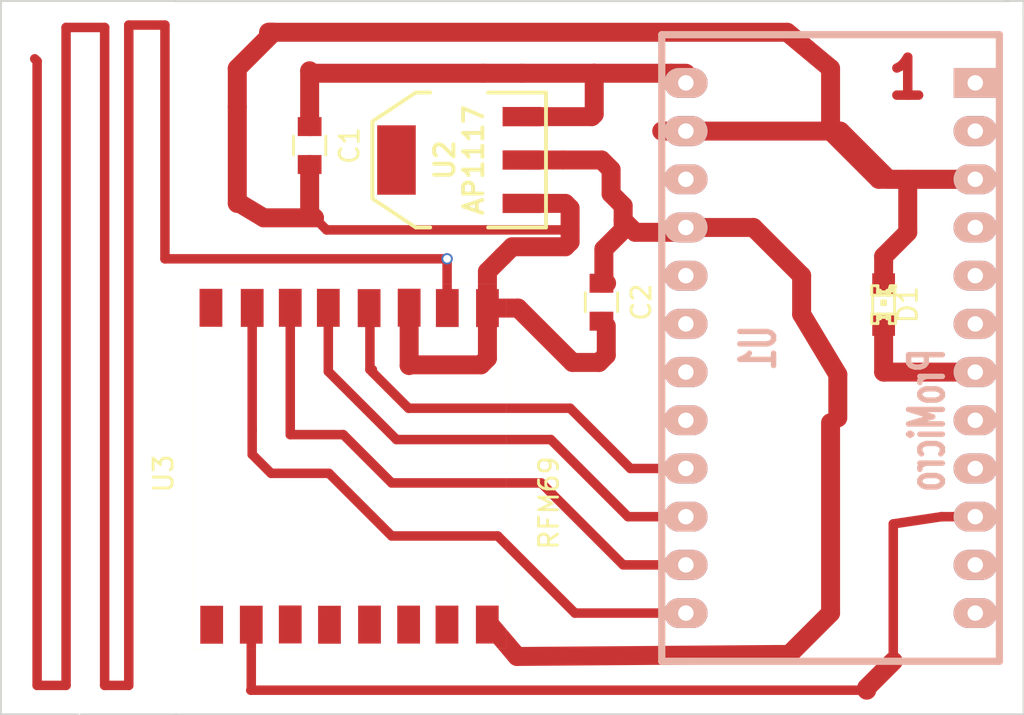
<source format=kicad_pcb>
(kicad_pcb (version 4) (host pcbnew "(after 2015-may-25 BZR unknown)-product")

  (general
    (links 18)
    (no_connects 0)
    (area 54.686999 37.795999 108.635001 75.488001)
    (thickness 1.6)
    (drawings 10)
    (tracks 145)
    (zones 0)
    (modules 6)
    (nets 32)
  )

  (page A4 portrait)
  (layers
    (0 F.Cu signal)
    (31 B.Cu signal)
    (32 B.Adhes user)
    (33 F.Adhes user)
    (34 B.Paste user)
    (35 F.Paste user)
    (36 B.SilkS user)
    (37 F.SilkS user)
    (38 B.Mask user)
    (39 F.Mask user)
    (40 Dwgs.User user)
    (41 Cmts.User user)
    (42 Eco1.User user)
    (43 Eco2.User user)
    (44 Edge.Cuts user)
    (45 Margin user)
    (46 B.CrtYd user)
    (47 F.CrtYd user)
    (48 B.Fab user)
    (49 F.Fab user)
  )

  (setup
    (last_trace_width 0.5)
    (user_trace_width 0.25)
    (user_trace_width 0.5)
    (user_trace_width 1)
    (user_trace_width 2)
    (trace_clearance 0.2)
    (zone_clearance 0.508)
    (zone_45_only no)
    (trace_min 0.2)
    (segment_width 0.2)
    (edge_width 0.1)
    (via_size 0.6)
    (via_drill 0.4)
    (via_min_size 0.4)
    (via_min_drill 0.3)
    (uvia_size 0.3)
    (uvia_drill 0.1)
    (uvias_allowed no)
    (uvia_min_size 0.2)
    (uvia_min_drill 0.1)
    (pcb_text_width 0.3)
    (pcb_text_size 1.5 1.5)
    (mod_edge_width 0.15)
    (mod_text_size 1 1)
    (mod_text_width 0.15)
    (pad_size 1.5 1.5)
    (pad_drill 0.6)
    (pad_to_mask_clearance 0)
    (aux_axis_origin 54.737 75.438)
    (grid_origin 54.737 75.438)
    (visible_elements 7FFFFFFF)
    (pcbplotparams
      (layerselection 0x01000_00000001)
      (usegerberextensions false)
      (excludeedgelayer true)
      (linewidth 0.100000)
      (plotframeref false)
      (viasonmask false)
      (mode 1)
      (useauxorigin false)
      (hpglpennumber 1)
      (hpglpenspeed 20)
      (hpglpendiameter 15)
      (hpglpenoverlay 2)
      (psnegative false)
      (psa4output false)
      (plotreference true)
      (plotvalue true)
      (plotinvisibletext false)
      (padsonsilk false)
      (subtractmaskfromsilk false)
      (outputformat 4)
      (mirror true)
      (drillshape 0)
      (scaleselection 1)
      (outputdirectory ""))
  )

  (net 0 "")
  (net 1 "Net-(C1-Pad1)")
  (net 2 GND)
  (net 3 "Net-(C2-Pad1)")
  (net 4 "Net-(D1-Pad2)")
  (net 5 "Net-(U1-Pad10)")
  (net 6 "Net-(U1-Pad13)")
  (net 7 "Net-(U1-Pad14)")
  (net 8 "Net-(U1-Pad15)")
  (net 9 "Net-(U1-Pad1)")
  (net 10 "Net-(U1-Pad2)")
  (net 11 "Net-(U1-Pad4)")
  (net 12 "Net-(U1-Pad5)")
  (net 13 "Net-(U1-Pad6)")
  (net 14 "Net-(U1-Pad8)")
  (net 15 "Net-(U1-Pad9)")
  (net 16 "Net-(U1-Pad11)")
  (net 17 "Net-(U1-Pad12)")
  (net 18 "Net-(U1-Pad16)")
  (net 19 "Net-(U1-Pad17)")
  (net 20 "Net-(U1-Pad18)")
  (net 21 "Net-(U1-Pad19)")
  (net 22 "Net-(U1-Pad20)")
  (net 23 "Net-(U1-Pad22)")
  (net 24 "Net-(U3-Pad1)")
  (net 25 "Net-(U3-Pad3)")
  (net 26 "Net-(U3-Pad4)")
  (net 27 "Net-(U3-Pad5)")
  (net 28 "Net-(U3-Pad6)")
  (net 29 "Net-(U3-Pad7)")
  (net 30 "Net-(U3-Pad10)")
  (net 31 "Net-(U3-Pad16)")

  (net_class Default "This is the default net class."
    (clearance 0.2)
    (trace_width 0.25)
    (via_dia 0.6)
    (via_drill 0.4)
    (uvia_dia 0.3)
    (uvia_drill 0.1)
    (add_net "Net-(C1-Pad1)")
    (add_net "Net-(C2-Pad1)")
    (add_net "Net-(D1-Pad2)")
    (add_net "Net-(U1-Pad1)")
    (add_net "Net-(U1-Pad10)")
    (add_net "Net-(U1-Pad11)")
    (add_net "Net-(U1-Pad12)")
    (add_net "Net-(U1-Pad13)")
    (add_net "Net-(U1-Pad14)")
    (add_net "Net-(U1-Pad15)")
    (add_net "Net-(U1-Pad16)")
    (add_net "Net-(U1-Pad17)")
    (add_net "Net-(U1-Pad18)")
    (add_net "Net-(U1-Pad19)")
    (add_net "Net-(U1-Pad2)")
    (add_net "Net-(U1-Pad20)")
    (add_net "Net-(U1-Pad22)")
    (add_net "Net-(U1-Pad4)")
    (add_net "Net-(U1-Pad5)")
    (add_net "Net-(U1-Pad6)")
    (add_net "Net-(U1-Pad8)")
    (add_net "Net-(U1-Pad9)")
    (add_net "Net-(U3-Pad1)")
    (add_net "Net-(U3-Pad10)")
    (add_net "Net-(U3-Pad16)")
    (add_net "Net-(U3-Pad3)")
    (add_net "Net-(U3-Pad4)")
    (add_net "Net-(U3-Pad5)")
    (add_net "Net-(U3-Pad6)")
    (add_net "Net-(U3-Pad7)")
  )

  (net_class POWER ""
    (clearance 0.2)
    (trace_width 1)
    (via_dia 0.6)
    (via_drill 0.4)
    (uvia_dia 0.3)
    (uvia_drill 0.1)
    (add_net GND)
  )

  (module Capacitors_SMD:C_0805 placed (layer F.Cu) (tedit 5415D6EA) (tstamp 5589F820)
    (at 70.993 45.466 270)
    (descr "Capacitor SMD 0805, reflow soldering, AVX (see smccp.pdf)")
    (tags "capacitor 0805")
    (path /5589EF5A)
    (attr smd)
    (fp_text reference C1 (at 0 -2.1 270) (layer F.SilkS)
      (effects (font (size 1 1) (thickness 0.15)))
    )
    (fp_text value C (at 0 2.1 270) (layer F.Fab)
      (effects (font (size 1 1) (thickness 0.15)))
    )
    (fp_line (start -1.8 -1) (end 1.8 -1) (layer F.CrtYd) (width 0.05))
    (fp_line (start -1.8 1) (end 1.8 1) (layer F.CrtYd) (width 0.05))
    (fp_line (start -1.8 -1) (end -1.8 1) (layer F.CrtYd) (width 0.05))
    (fp_line (start 1.8 -1) (end 1.8 1) (layer F.CrtYd) (width 0.05))
    (fp_line (start 0.5 -0.85) (end -0.5 -0.85) (layer F.SilkS) (width 0.15))
    (fp_line (start -0.5 0.85) (end 0.5 0.85) (layer F.SilkS) (width 0.15))
    (pad 1 smd rect (at -1 0 270) (size 1 1.25) (layers F.Cu F.Paste F.Mask)
      (net 1 "Net-(C1-Pad1)"))
    (pad 2 smd rect (at 1 0 270) (size 1 1.25) (layers F.Cu F.Paste F.Mask)
      (net 2 GND))
    (model Capacitors_SMD.3dshapes/C_0805.wrl
      (at (xyz 0 0 0))
      (scale (xyz 1 1 1))
      (rotate (xyz 0 0 0))
    )
  )

  (module Capacitors_SMD:C_0805 placed (layer F.Cu) (tedit 5415D6EA) (tstamp 5589F826)
    (at 86.36 53.721 270)
    (descr "Capacitor SMD 0805, reflow soldering, AVX (see smccp.pdf)")
    (tags "capacitor 0805")
    (path /5589EF87)
    (attr smd)
    (fp_text reference C2 (at 0 -2.1 270) (layer F.SilkS)
      (effects (font (size 1 1) (thickness 0.15)))
    )
    (fp_text value C (at 0 2.1 270) (layer F.Fab)
      (effects (font (size 1 1) (thickness 0.15)))
    )
    (fp_line (start -1.8 -1) (end 1.8 -1) (layer F.CrtYd) (width 0.05))
    (fp_line (start -1.8 1) (end 1.8 1) (layer F.CrtYd) (width 0.05))
    (fp_line (start -1.8 -1) (end -1.8 1) (layer F.CrtYd) (width 0.05))
    (fp_line (start 1.8 -1) (end 1.8 1) (layer F.CrtYd) (width 0.05))
    (fp_line (start 0.5 -0.85) (end -0.5 -0.85) (layer F.SilkS) (width 0.15))
    (fp_line (start -0.5 0.85) (end 0.5 0.85) (layer F.SilkS) (width 0.15))
    (pad 1 smd rect (at -1 0 270) (size 1 1.25) (layers F.Cu F.Paste F.Mask)
      (net 3 "Net-(C2-Pad1)"))
    (pad 2 smd rect (at 1 0 270) (size 1 1.25) (layers F.Cu F.Paste F.Mask)
      (net 2 GND))
    (model Capacitors_SMD.3dshapes/C_0805.wrl
      (at (xyz 0 0 0))
      (scale (xyz 1 1 1))
      (rotate (xyz 0 0 0))
    )
  )

  (module LEDs:LED-0805 placed (layer F.Cu) (tedit 5538B1C2) (tstamp 5589F82C)
    (at 101.219 53.848 270)
    (descr "LED 0805 smd package")
    (tags "LED 0805 SMD")
    (path /5589F6D9)
    (attr smd)
    (fp_text reference D1 (at 0 -1.27 270) (layer F.SilkS)
      (effects (font (size 1 1) (thickness 0.15)))
    )
    (fp_text value LED (at 0 1.27 270) (layer F.Fab)
      (effects (font (size 1 1) (thickness 0.15)))
    )
    (fp_line (start -0.49784 0.29972) (end -0.49784 0.62484) (layer F.SilkS) (width 0.15))
    (fp_line (start -0.49784 0.62484) (end -0.99822 0.62484) (layer F.SilkS) (width 0.15))
    (fp_line (start -0.99822 0.29972) (end -0.99822 0.62484) (layer F.SilkS) (width 0.15))
    (fp_line (start -0.49784 0.29972) (end -0.99822 0.29972) (layer F.SilkS) (width 0.15))
    (fp_line (start -0.49784 -0.32258) (end -0.49784 -0.17272) (layer F.SilkS) (width 0.15))
    (fp_line (start -0.49784 -0.17272) (end -0.7493 -0.17272) (layer F.SilkS) (width 0.15))
    (fp_line (start -0.7493 -0.32258) (end -0.7493 -0.17272) (layer F.SilkS) (width 0.15))
    (fp_line (start -0.49784 -0.32258) (end -0.7493 -0.32258) (layer F.SilkS) (width 0.15))
    (fp_line (start -0.49784 0.17272) (end -0.49784 0.32258) (layer F.SilkS) (width 0.15))
    (fp_line (start -0.49784 0.32258) (end -0.7493 0.32258) (layer F.SilkS) (width 0.15))
    (fp_line (start -0.7493 0.17272) (end -0.7493 0.32258) (layer F.SilkS) (width 0.15))
    (fp_line (start -0.49784 0.17272) (end -0.7493 0.17272) (layer F.SilkS) (width 0.15))
    (fp_line (start -0.49784 -0.19812) (end -0.49784 0.19812) (layer F.SilkS) (width 0.15))
    (fp_line (start -0.49784 0.19812) (end -0.6731 0.19812) (layer F.SilkS) (width 0.15))
    (fp_line (start -0.6731 -0.19812) (end -0.6731 0.19812) (layer F.SilkS) (width 0.15))
    (fp_line (start -0.49784 -0.19812) (end -0.6731 -0.19812) (layer F.SilkS) (width 0.15))
    (fp_line (start 0.99822 0.29972) (end 0.99822 0.62484) (layer F.SilkS) (width 0.15))
    (fp_line (start 0.99822 0.62484) (end 0.49784 0.62484) (layer F.SilkS) (width 0.15))
    (fp_line (start 0.49784 0.29972) (end 0.49784 0.62484) (layer F.SilkS) (width 0.15))
    (fp_line (start 0.99822 0.29972) (end 0.49784 0.29972) (layer F.SilkS) (width 0.15))
    (fp_line (start 0.99822 -0.62484) (end 0.99822 -0.29972) (layer F.SilkS) (width 0.15))
    (fp_line (start 0.99822 -0.29972) (end 0.49784 -0.29972) (layer F.SilkS) (width 0.15))
    (fp_line (start 0.49784 -0.62484) (end 0.49784 -0.29972) (layer F.SilkS) (width 0.15))
    (fp_line (start 0.99822 -0.62484) (end 0.49784 -0.62484) (layer F.SilkS) (width 0.15))
    (fp_line (start 0.7493 0.17272) (end 0.7493 0.32258) (layer F.SilkS) (width 0.15))
    (fp_line (start 0.7493 0.32258) (end 0.49784 0.32258) (layer F.SilkS) (width 0.15))
    (fp_line (start 0.49784 0.17272) (end 0.49784 0.32258) (layer F.SilkS) (width 0.15))
    (fp_line (start 0.7493 0.17272) (end 0.49784 0.17272) (layer F.SilkS) (width 0.15))
    (fp_line (start 0.7493 -0.32258) (end 0.7493 -0.17272) (layer F.SilkS) (width 0.15))
    (fp_line (start 0.7493 -0.17272) (end 0.49784 -0.17272) (layer F.SilkS) (width 0.15))
    (fp_line (start 0.49784 -0.32258) (end 0.49784 -0.17272) (layer F.SilkS) (width 0.15))
    (fp_line (start 0.7493 -0.32258) (end 0.49784 -0.32258) (layer F.SilkS) (width 0.15))
    (fp_line (start 0.6731 -0.19812) (end 0.6731 0.19812) (layer F.SilkS) (width 0.15))
    (fp_line (start 0.6731 0.19812) (end 0.49784 0.19812) (layer F.SilkS) (width 0.15))
    (fp_line (start 0.49784 -0.19812) (end 0.49784 0.19812) (layer F.SilkS) (width 0.15))
    (fp_line (start 0.6731 -0.19812) (end 0.49784 -0.19812) (layer F.SilkS) (width 0.15))
    (fp_line (start 0 -0.09906) (end 0 0.09906) (layer F.SilkS) (width 0.15))
    (fp_line (start 0 0.09906) (end -0.19812 0.09906) (layer F.SilkS) (width 0.15))
    (fp_line (start -0.19812 -0.09906) (end -0.19812 0.09906) (layer F.SilkS) (width 0.15))
    (fp_line (start 0 -0.09906) (end -0.19812 -0.09906) (layer F.SilkS) (width 0.15))
    (fp_line (start -0.49784 -0.59944) (end -0.49784 -0.29972) (layer F.SilkS) (width 0.15))
    (fp_line (start -0.49784 -0.29972) (end -0.79756 -0.29972) (layer F.SilkS) (width 0.15))
    (fp_line (start -0.79756 -0.59944) (end -0.79756 -0.29972) (layer F.SilkS) (width 0.15))
    (fp_line (start -0.49784 -0.59944) (end -0.79756 -0.59944) (layer F.SilkS) (width 0.15))
    (fp_line (start -0.92456 -0.62484) (end -0.92456 -0.39878) (layer F.SilkS) (width 0.15))
    (fp_line (start -0.92456 -0.39878) (end -0.99822 -0.39878) (layer F.SilkS) (width 0.15))
    (fp_line (start -0.99822 -0.62484) (end -0.99822 -0.39878) (layer F.SilkS) (width 0.15))
    (fp_line (start -0.92456 -0.62484) (end -0.99822 -0.62484) (layer F.SilkS) (width 0.15))
    (fp_line (start -0.52324 0.57404) (end 0.52324 0.57404) (layer F.SilkS) (width 0.15))
    (fp_line (start 0.49784 -0.57404) (end -0.92456 -0.57404) (layer F.SilkS) (width 0.15))
    (fp_circle (center -0.84836 -0.44958) (end -0.89916 -0.50038) (layer F.SilkS) (width 0.15))
    (fp_arc (start -0.99822 0) (end -0.99822 0.34798) (angle -180) (layer F.SilkS) (width 0.15))
    (fp_arc (start 0.99822 0) (end 0.99822 -0.34798) (angle -180) (layer F.SilkS) (width 0.15))
    (pad 2 smd rect (at 1.04902 0 90) (size 1.19888 1.19888) (layers F.Cu F.Paste F.Mask)
      (net 4 "Net-(D1-Pad2)"))
    (pad 1 smd rect (at -1.04902 0 90) (size 1.19888 1.19888) (layers F.Cu F.Paste F.Mask)
      (net 2 GND))
  )

  (module pro-micro:ARDUINO_PRO_MINI placed (layer B.Cu) (tedit 52DF2A06) (tstamp 5589F848)
    (at 102.235 56.134 270)
    (descr "Arduino pro mini, eliptcal pads")
    (tags arduino)
    (path /5589F4B6)
    (fp_text reference U1 (at 0 7.62 270) (layer B.SilkS)
      (effects (font (size 1.778 1.143) (thickness 0.28702)) (justify mirror))
    )
    (fp_text value ProMicro (at 3.81 -1.27 270) (layer B.SilkS)
      (effects (font (size 1.778 1.143) (thickness 0.28702)) (justify mirror))
    )
    (fp_line (start -16.51 12.7) (end -16.51 -5.08) (layer B.SilkS) (width 0.381))
    (fp_line (start 16.51 12.7) (end 16.51 -5.08) (layer B.SilkS) (width 0.381))
    (fp_line (start -16.51 12.7) (end 16.51 12.7) (layer B.SilkS) (width 0.381))
    (fp_line (start 16.51 -5.08) (end -16.51 -5.08) (layer B.SilkS) (width 0.381))
    (pad 1 thru_hole rect (at -13.97 -3.81 270) (size 1.5748 2.286) (drill 0.8128) (layers *.Cu *.Mask B.SilkS)
      (net 9 "Net-(U1-Pad1)"))
    (pad 2 thru_hole oval (at -11.43 -3.81 270) (size 1.5748 2.286) (drill 0.8128) (layers *.Cu *.Mask B.SilkS)
      (net 10 "Net-(U1-Pad2)"))
    (pad 3 thru_hole oval (at -8.89 -3.81 270) (size 1.5748 2.286) (drill 0.8128) (layers *.Cu *.Mask B.SilkS)
      (net 2 GND))
    (pad 4 thru_hole oval (at -6.35 -3.81 270) (size 1.5748 2.286) (drill 0.8128) (layers *.Cu *.Mask B.SilkS)
      (net 11 "Net-(U1-Pad4)"))
    (pad 5 thru_hole oval (at -3.81 -3.81 270) (size 1.5748 2.286) (drill 0.8128) (layers *.Cu *.Mask B.SilkS)
      (net 12 "Net-(U1-Pad5)"))
    (pad 6 thru_hole oval (at -1.27 -3.81 270) (size 1.5748 2.286) (drill 0.8128) (layers *.Cu *.Mask B.SilkS)
      (net 13 "Net-(U1-Pad6)"))
    (pad 7 thru_hole oval (at 1.27 -3.81 270) (size 1.5748 2.286) (drill 0.8128) (layers *.Cu *.Mask B.SilkS)
      (net 4 "Net-(D1-Pad2)"))
    (pad 8 thru_hole oval (at 3.81 -3.81 270) (size 1.5748 2.286) (drill 0.8128) (layers *.Cu *.Mask B.SilkS)
      (net 14 "Net-(U1-Pad8)"))
    (pad 9 thru_hole oval (at 6.35 -3.81 270) (size 1.5748 2.286) (drill 0.8128) (layers *.Cu *.Mask B.SilkS)
      (net 15 "Net-(U1-Pad9)"))
    (pad 10 thru_hole oval (at 8.89 -3.81 270) (size 1.5748 2.286) (drill 0.8128) (layers *.Cu *.Mask B.SilkS)
      (net 5 "Net-(U1-Pad10)"))
    (pad 11 thru_hole oval (at 11.43 -3.81 270) (size 1.5748 2.286) (drill 0.8128) (layers *.Cu *.Mask B.SilkS)
      (net 16 "Net-(U1-Pad11)"))
    (pad 12 thru_hole oval (at 13.97 -3.81 270) (size 1.5748 2.286) (drill 0.8128) (layers *.Cu *.Mask B.SilkS)
      (net 17 "Net-(U1-Pad12)"))
    (pad 13 thru_hole oval (at 13.97 11.43 270) (size 1.5748 2.286) (drill 0.8128) (layers *.Cu *.Mask B.SilkS)
      (net 6 "Net-(U1-Pad13)"))
    (pad 14 thru_hole oval (at 11.43 11.43 270) (size 1.5748 2.286) (drill 0.8128) (layers *.Cu *.Mask B.SilkS)
      (net 7 "Net-(U1-Pad14)"))
    (pad 15 thru_hole oval (at 8.89 11.43 270) (size 1.5748 2.286) (drill 0.8128) (layers *.Cu *.Mask B.SilkS)
      (net 8 "Net-(U1-Pad15)"))
    (pad 16 thru_hole oval (at 6.35 11.43 270) (size 1.5748 2.286) (drill 0.8128) (layers *.Cu *.Mask B.SilkS)
      (net 18 "Net-(U1-Pad16)"))
    (pad 17 thru_hole oval (at 3.81 11.43 270) (size 1.5748 2.286) (drill 0.8128) (layers *.Cu *.Mask B.SilkS)
      (net 19 "Net-(U1-Pad17)"))
    (pad 18 thru_hole oval (at 1.27 11.43 270) (size 1.5748 2.286) (drill 0.8128) (layers *.Cu *.Mask B.SilkS)
      (net 20 "Net-(U1-Pad18)"))
    (pad 19 thru_hole oval (at -1.27 11.43 270) (size 1.5748 2.286) (drill 0.8128) (layers *.Cu *.Mask B.SilkS)
      (net 21 "Net-(U1-Pad19)"))
    (pad 20 thru_hole oval (at -3.81 11.43 270) (size 1.5748 2.286) (drill 0.8128) (layers *.Cu *.Mask B.SilkS)
      (net 22 "Net-(U1-Pad20)"))
    (pad 21 thru_hole oval (at -6.35 11.43 270) (size 1.5748 2.286) (drill 0.8128) (layers *.Cu *.Mask B.SilkS)
      (net 3 "Net-(C2-Pad1)"))
    (pad 22 thru_hole oval (at -8.89 11.43 270) (size 1.5748 2.286) (drill 0.8128) (layers *.Cu *.Mask B.SilkS)
      (net 23 "Net-(U1-Pad22)"))
    (pad 23 thru_hole oval (at -11.43 11.43 270) (size 1.5748 2.286) (drill 0.8128) (layers *.Cu *.Mask B.SilkS)
      (net 2 GND))
    (pad 24 thru_hole oval (at -13.97 11.43 270) (size 1.5748 2.286) (drill 0.8128) (layers *.Cu *.Mask B.SilkS)
      (net 1 "Net-(C1-Pad1)"))
    (model dil/dil_24-w300.wrl
      (at (xyz 0 0 0))
      (scale (xyz 1 1 1))
      (rotate (xyz 0 0 0))
    )
  )

  (module SOT223:SOT223 placed (layer F.Cu) (tedit 200000) (tstamp 5589F850)
    (at 78.867 46.228 90)
    (descr "module CMS SOT223 4 pins")
    (tags "CMS SOT")
    (path /5589EF2A)
    (attr smd)
    (fp_text reference U2 (at 0 -0.762 90) (layer F.SilkS)
      (effects (font (size 1.016 1.016) (thickness 0.2032)))
    )
    (fp_text value AP1117 (at 0 0.762 90) (layer F.SilkS)
      (effects (font (size 1.016 1.016) (thickness 0.2032)))
    )
    (fp_line (start -3.556 1.524) (end -3.556 4.572) (layer F.SilkS) (width 0.2032))
    (fp_line (start -3.556 4.572) (end 3.556 4.572) (layer F.SilkS) (width 0.2032))
    (fp_line (start 3.556 4.572) (end 3.556 1.524) (layer F.SilkS) (width 0.2032))
    (fp_line (start -3.556 -1.524) (end -3.556 -2.286) (layer F.SilkS) (width 0.2032))
    (fp_line (start -3.556 -2.286) (end -2.032 -4.572) (layer F.SilkS) (width 0.2032))
    (fp_line (start -2.032 -4.572) (end 2.032 -4.572) (layer F.SilkS) (width 0.2032))
    (fp_line (start 2.032 -4.572) (end 3.556 -2.286) (layer F.SilkS) (width 0.2032))
    (fp_line (start 3.556 -2.286) (end 3.556 -1.524) (layer F.SilkS) (width 0.2032))
    (pad 4 smd rect (at 0 -3.302 90) (size 3.6576 2.032) (layers F.Cu F.Paste F.Mask))
    (pad 2 smd rect (at 0 3.302 90) (size 1.016 2.032) (layers F.Cu F.Paste F.Mask)
      (net 3 "Net-(C2-Pad1)"))
    (pad 3 smd rect (at 2.286 3.302 90) (size 1.016 2.032) (layers F.Cu F.Paste F.Mask)
      (net 1 "Net-(C1-Pad1)"))
    (pad 1 smd rect (at -2.286 3.302 90) (size 1.016 2.032) (layers F.Cu F.Paste F.Mask)
      (net 2 GND))
    (model smd/SOT223.wrl
      (at (xyz 0 0 0))
      (scale (xyz 0.4 0.4 0.4))
      (rotate (xyz 0 0 0))
    )
  )

  (module RFM69BreakoutBoardFootPrints:RFM69HW placed (layer F.Cu) (tedit 531109B9) (tstamp 5589F864)
    (at 74.041 62.738 90)
    (path /5589EEAB)
    (fp_text reference U3 (at -0.0127 -10.7442 90) (layer F.SilkS)
      (effects (font (size 1 1) (thickness 0.15)))
    )
    (fp_text value RFM69 (at -1.5621 9.5504 90) (layer F.SilkS)
      (effects (font (size 1 1) (thickness 0.15)))
    )
    (fp_line (start -9.23798 -9.1821) (end 9.9695 -9.1694) (layer F.SilkS) (width 0.0025))
    (fp_line (start -9.23798 -9.05256) (end -9.23798 -9.1821) (layer F.SilkS) (width 0.0025))
    (fp_line (start 9.97458 7.3152) (end 9.97204 -9.18718) (layer F.SilkS) (width 0.0025))
    (fp_line (start -9.23798 -9.06018) (end -9.2329 7.2898) (layer F.SilkS) (width 0.0025))
    (fp_line (start -9.22782 7.30758) (end 9.97458 7.3152) (layer F.SilkS) (width 0.0025))
    (pad 1 smd rect (at -7.98068 -8.20674 90) (size 2 1.2) (layers F.Cu F.Paste F.Mask)
      (net 24 "Net-(U3-Pad1)"))
    (pad 2 smd rect (at -7.97814 -6.1214 90) (size 2 1.2) (layers F.Cu F.Paste F.Mask)
      (net 5 "Net-(U1-Pad10)"))
    (pad 3 smd rect (at -7.96544 -4.06908 90) (size 2 1.2) (layers F.Cu F.Paste F.Mask)
      (net 25 "Net-(U3-Pad3)"))
    (pad 4 smd rect (at -7.98068 -2.00406 90) (size 2 1.2) (layers F.Cu F.Paste F.Mask)
      (net 26 "Net-(U3-Pad4)"))
    (pad 5 smd rect (at -7.97306 0.10414 90) (size 2 1.2) (layers F.Cu F.Paste F.Mask)
      (net 27 "Net-(U3-Pad5)"))
    (pad 6 smd rect (at -7.97306 2.16408 90) (size 2 1.2) (layers F.Cu F.Paste F.Mask)
      (net 28 "Net-(U3-Pad6)"))
    (pad 7 smd rect (at -7.97306 4.18338 90) (size 2 1.2) (layers F.Cu F.Paste F.Mask)
      (net 29 "Net-(U3-Pad7)"))
    (pad 8 smd rect (at -7.97052 6.30682 90) (size 2 1.2) (layers F.Cu F.Paste F.Mask)
      (net 3 "Net-(C2-Pad1)"))
    (pad 9 smd rect (at 8.70712 6.31444 90) (size 2 1.2) (layers F.Cu F.Paste F.Mask)
      (net 2 GND))
    (pad 10 smd rect (at 8.70966 4.20116 90) (size 2 1.2) (layers F.Cu F.Paste F.Mask)
      (net 30 "Net-(U3-Pad10)"))
    (pad 11 smd rect (at 8.72744 2.19202 90) (size 2 1.2) (layers F.Cu F.Paste F.Mask)
      (net 2 GND))
    (pad 12 smd rect (at 8.70712 0.08382 90) (size 2 1.2) (layers F.Cu F.Paste F.Mask)
      (net 18 "Net-(U1-Pad16)"))
    (pad 13 smd rect (at 8.71982 -2.06502 90) (size 2 1.2) (layers F.Cu F.Paste F.Mask)
      (net 8 "Net-(U1-Pad15)"))
    (pad 14 smd rect (at 8.72236 -4.06908 90) (size 2 1.2) (layers F.Cu F.Paste F.Mask)
      (net 7 "Net-(U1-Pad14)"))
    (pad 15 smd rect (at 8.71474 -6.07314 90) (size 2 1.2) (layers F.Cu F.Paste F.Mask)
      (net 6 "Net-(U1-Pad13)"))
    (pad 16 smd rect (at 8.72236 -8.24484 90) (size 2 1.2) (layers F.Cu F.Paste F.Mask)
      (net 31 "Net-(U3-Pad16)"))
  )

  (gr_text 1 (at 102.489 41.91) (layer F.Cu)
    (effects (font (size 2 2) (thickness 0.5)))
  )
  (gr_line (start 54.737 75.438) (end 58.801 75.438) (angle 90) (layer Edge.Cuts) (width 0.1))
  (gr_line (start 54.737 37.846) (end 54.737 75.438) (angle 90) (layer Edge.Cuts) (width 0.1))
  (gr_line (start 63.881 37.846) (end 54.737 37.846) (angle 90) (layer Edge.Cuts) (width 0.1))
  (gr_line (start 64.008 75.438) (end 58.928 75.438) (angle 90) (layer Edge.Cuts) (width 0.1))
  (gr_line (start 63.881 75.438) (end 108.585 75.438) (angle 90) (layer Edge.Cuts) (width 0.1))
  (gr_line (start 108.585 37.846) (end 107.569 37.846) (angle 90) (layer Edge.Cuts) (width 0.1))
  (gr_line (start 108.585 37.846) (end 108.585 38.608) (angle 90) (layer Edge.Cuts) (width 0.1))
  (gr_line (start 108.585 38.1) (end 108.585 75.438) (angle 90) (layer Edge.Cuts) (width 0.1))
  (gr_line (start 63.861 37.858) (end 107.861 37.858) (angle 90) (layer Edge.Cuts) (width 0.1))

  (segment (start 70.993 44.466) (end 70.993 41.529) (width 1) (layer F.Cu) (net 1) (status 10))
  (segment (start 71.12 41.656) (end 80.137 41.656) (width 1) (layer F.Cu) (net 1) (tstamp 558F6DF1))
  (segment (start 70.993 41.529) (end 71.12 41.656) (width 1) (layer F.Cu) (net 1) (tstamp 558F6DEF))
  (segment (start 82.169 43.942) (end 85.852 43.942) (width 1) (layer F.Cu) (net 1))
  (segment (start 85.979 43.815) (end 85.979 41.656) (width 1) (layer F.Cu) (net 1) (tstamp 558F6DC2))
  (segment (start 85.852 43.942) (end 85.979 43.815) (width 1) (layer F.Cu) (net 1) (tstamp 558F6DC0))
  (segment (start 82.169 41.656) (end 82.169 41.656) (width 0.5) (layer F.Cu) (net 1) (tstamp 558A17E3) (status 20))
  (segment (start 79.883 41.402) (end 80.137 41.656) (width 0.25) (layer F.Cu) (net 1) (tstamp 5589FEBE))
  (segment (start 80.137 41.656) (end 82.169 41.656) (width 1) (layer F.Cu) (net 1) (tstamp 5589FEC1))
  (segment (start 70.993 44.466) (end 70.993 42.418) (width 0.25) (layer F.Cu) (net 1) (status 10))
  (segment (start 90.805 41.656) (end 90.805 42.164) (width 0.25) (layer F.Cu) (net 1) (tstamp 558A17E6))
  (segment (start 90.043 41.656) (end 90.805 41.656) (width 1) (layer F.Cu) (net 1) (tstamp 558A17E5))
  (segment (start 82.169 41.656) (end 85.979 41.656) (width 1) (layer F.Cu) (net 1))
  (segment (start 85.979 41.656) (end 90.043 41.656) (width 1) (layer F.Cu) (net 1) (tstamp 558F6DC6))
  (segment (start 71.247 49.276) (end 71.882 49.911) (width 0.5) (layer F.Cu) (net 2))
  (segment (start 71.882 49.911) (end 84.709 49.911) (width 0.5) (layer F.Cu) (net 2) (tstamp 558F78E9))
  (segment (start 76.23302 54.01056) (end 76.23302 57.05602) (width 1) (layer F.Cu) (net 2))
  (segment (start 80.35544 56.67756) (end 80.35544 54.03088) (width 1) (layer F.Cu) (net 2) (tstamp 558F7603))
  (segment (start 80.01 57.023) (end 80.35544 56.67756) (width 1) (layer F.Cu) (net 2) (tstamp 558F7602))
  (segment (start 76.26604 57.023) (end 80.01 57.023) (width 1) (layer F.Cu) (net 2) (tstamp 558F7600))
  (segment (start 76.23302 57.05602) (end 76.26604 57.023) (width 1) (layer F.Cu) (net 2) (tstamp 558F75FE))
  (segment (start 67.183 48.514) (end 67.31 48.514) (width 1) (layer F.Cu) (net 2))
  (segment (start 67.31 48.514) (end 68.58 49.276) (width 1) (layer F.Cu) (net 2) (tstamp 558F739C))
  (segment (start 67.183 41.402) (end 69.088 39.497) (width 1) (layer F.Cu) (net 2))
  (segment (start 68.834 39.624) (end 68.834 39.497) (width 1) (layer F.Cu) (net 2) (tstamp 558F7395))
  (segment (start 68.961 39.497) (end 68.834 39.624) (width 1) (layer F.Cu) (net 2) (tstamp 558F7394))
  (segment (start 69.088 39.497) (end 68.961 39.497) (width 1) (layer F.Cu) (net 2) (tstamp 558F7392))
  (segment (start 67.183 43.434) (end 67.183 48.514) (width 1) (layer F.Cu) (net 2))
  (segment (start 102.489 47.244) (end 100.965 47.244) (width 1) (layer F.Cu) (net 2) (tstamp 558A18EA))
  (segment (start 100.965 47.244) (end 98.425 44.704) (width 1) (layer F.Cu) (net 2) (tstamp 5589FECD))
  (segment (start 98.425 44.704) (end 98.425 41.402) (width 1) (layer F.Cu) (net 2) (tstamp 5589FECE))
  (segment (start 98.425 41.402) (end 96.139 39.497) (width 1) (layer F.Cu) (net 2) (tstamp 5589FECF))
  (segment (start 96.139 39.497) (end 68.834 39.497) (width 1) (layer F.Cu) (net 2) (tstamp 5589FED0))
  (segment (start 67.183 41.402) (end 67.183 43.434) (width 1) (layer F.Cu) (net 2) (tstamp 558F7390))
  (segment (start 68.58 49.276) (end 71.247 49.276) (width 1) (layer F.Cu) (net 2) (tstamp 558F739F))
  (segment (start 80.35544 54.03088) (end 81.97088 54.03088) (width 1) (layer F.Cu) (net 2))
  (segment (start 86.614 56.515) (end 86.614 54.975) (width 1) (layer F.Cu) (net 2) (tstamp 558E1F49))
  (segment (start 86.233 56.896) (end 86.614 56.515) (width 1) (layer F.Cu) (net 2) (tstamp 558E1F48))
  (segment (start 84.836 56.896) (end 86.233 56.896) (width 1) (layer F.Cu) (net 2) (tstamp 558E1F47))
  (segment (start 81.97088 54.03088) (end 84.836 56.896) (width 1) (layer F.Cu) (net 2) (tstamp 558E1F46))
  (segment (start 86.614 54.975) (end 86.36 54.721) (width 0.5) (layer F.Cu) (net 2) (tstamp 558E1F4A))
  (segment (start 89.535 44.704) (end 90.805 44.704) (width 1) (layer F.Cu) (net 2) (tstamp 5589FE19))
  (segment (start 86.36 54.721) (end 86.376 54.721) (width 1) (layer F.Cu) (net 2) (status 30))
  (segment (start 98.933 44.704) (end 101.473 47.244) (width 1) (layer F.Cu) (net 2) (tstamp 5589FE1C))
  (segment (start 101.473 47.244) (end 106.045 47.244) (width 1) (layer F.Cu) (net 2) (tstamp 5589FE1D))
  (segment (start 90.805 44.704) (end 98.933 44.704) (width 1) (layer F.Cu) (net 2))
  (segment (start 106.045 47.244) (end 102.489 47.244) (width 1) (layer F.Cu) (net 2))
  (segment (start 101.219 51.308) (end 102.489 50.038) (width 1) (layer F.Cu) (net 2) (tstamp 558A18E6))
  (segment (start 102.489 50.038) (end 102.489 47.244) (width 1) (layer F.Cu) (net 2) (tstamp 558A18E7))
  (segment (start 101.219 52.79898) (end 101.219 51.308) (width 1) (layer F.Cu) (net 2))
  (segment (start 84.709 48.768) (end 84.455 48.514) (width 1) (layer F.Cu) (net 2) (tstamp 558A1A98))
  (segment (start 84.709 49.911) (end 84.709 48.768) (width 1) (layer F.Cu) (net 2) (tstamp 558F78FB))
  (segment (start 84.455 48.514) (end 82.169 48.514) (width 1) (layer F.Cu) (net 2) (tstamp 558A1A9A))
  (segment (start 80.35544 54.03088) (end 80.35544 52.10556) (width 1) (layer F.Cu) (net 2))
  (segment (start 84.709 50.546) (end 84.709 49.911) (width 1) (layer F.Cu) (net 2) (tstamp 558A1A95))
  (segment (start 84.455 50.8) (end 84.709 50.546) (width 1) (layer F.Cu) (net 2) (tstamp 558A1A92))
  (segment (start 81.661 50.8) (end 84.455 50.8) (width 1) (layer F.Cu) (net 2) (tstamp 558A1A91))
  (segment (start 81.153 51.308) (end 81.661 50.8) (width 1) (layer F.Cu) (net 2) (tstamp 558A1AAC))
  (segment (start 80.35544 52.10556) (end 81.153 51.308) (width 1) (layer F.Cu) (net 2) (tstamp 558A1A90))
  (segment (start 70.993 49.022) (end 71.247 49.276) (width 1) (layer F.Cu) (net 2) (tstamp 558A1AA6))
  (segment (start 70.993 46.466) (end 70.993 49.022) (width 1) (layer F.Cu) (net 2) (status 10))
  (segment (start 76.327 53.91658) (end 76.23302 54.01056) (width 1) (layer F.Cu) (net 2) (tstamp 558A1CE0))
  (segment (start 95.507103 72.285446) (end 96.243554 72.285446) (width 1) (layer F.Cu) (net 3))
  (segment (start 96.243554 72.285446) (end 98.425 70.104) (width 1) (layer F.Cu) (net 3) (tstamp 558F7382))
  (segment (start 84.328 46.228) (end 86.36 46.228) (width 1) (layer F.Cu) (net 3))
  (segment (start 82.169 46.228) (end 84.328 46.228) (width 1) (layer F.Cu) (net 3))
  (segment (start 87.503 48.641) (end 87.503 49.403) (width 1) (layer F.Cu) (net 3) (tstamp 558F6DCF))
  (segment (start 86.868 48.006) (end 87.503 48.641) (width 1) (layer F.Cu) (net 3) (tstamp 558F6DCE))
  (segment (start 86.868 46.736) (end 86.868 48.006) (width 1) (layer F.Cu) (net 3) (tstamp 558F6DCD))
  (segment (start 86.36 46.228) (end 86.868 46.736) (width 1) (layer F.Cu) (net 3) (tstamp 558F6DCC))
  (segment (start 87.503 49.403) (end 87.503 49.911) (width 1) (layer F.Cu) (net 3))
  (segment (start 87.503 49.911) (end 86.487 50.927) (width 1) (layer F.Cu) (net 3) (tstamp 558E1F3F))
  (segment (start 86.487 50.927) (end 86.487 52.594) (width 1) (layer F.Cu) (net 3) (tstamp 558E1F42))
  (segment (start 86.487 52.594) (end 86.36 52.721) (width 0.5) (layer F.Cu) (net 3) (tstamp 558E1F43))
  (segment (start 88.138 50.038) (end 90.551 50.038) (width 1) (layer F.Cu) (net 3) (tstamp 558E1F39))
  (segment (start 87.503 49.403) (end 88.138 50.038) (width 1) (layer F.Cu) (net 3) (tstamp 558E1F38))
  (segment (start 90.551 50.038) (end 90.805 49.784) (width 0.5) (layer F.Cu) (net 3) (tstamp 558E1F3A))
  (segment (start 86.36 52.451) (end 86.63 52.721) (width 0.25) (layer F.Cu) (net 3) (tstamp 5589FE88) (status 30))
  (segment (start 86.63 52.721) (end 86.36 52.721) (width 1) (layer F.Cu) (net 3) (tstamp 5589FE8A) (status 30))
  (segment (start 81.915 72.39) (end 95.507103 72.285446) (width 1) (layer F.Cu) (net 3) (tstamp 558A1A43))
  (segment (start 98.425 70.104) (end 98.425 60.071) (width 1) (layer F.Cu) (net 3) (tstamp 558F737E))
  (segment (start 98.425 60.071) (end 98.806 59.817) (width 0.5) (layer F.Cu) (net 3) (tstamp 558A1A4B))
  (segment (start 98.806 59.817) (end 98.806 57.531) (width 1) (layer F.Cu) (net 3) (tstamp 558A1A4E))
  (segment (start 98.806 57.531) (end 96.901 54.356) (width 1) (layer F.Cu) (net 3) (tstamp 558A1A4F))
  (segment (start 96.901 54.356) (end 96.901 52.324) (width 1) (layer F.Cu) (net 3) (tstamp 558A1A52))
  (segment (start 96.901 52.324) (end 94.361 49.784) (width 1) (layer F.Cu) (net 3) (tstamp 558A1A56))
  (segment (start 94.361 49.784) (end 90.805 49.784) (width 1) (layer F.Cu) (net 3) (tstamp 558A1A58))
  (segment (start 80.48752 70.70852) (end 81.915 72.39) (width 1) (layer F.Cu) (net 3) (tstamp 558A1A3F))
  (segment (start 80.34782 70.70852) (end 80.48752 70.70852) (width 0.25) (layer F.Cu) (net 3))
  (segment (start 101.219 54.89702) (end 101.219 57.404) (width 1) (layer F.Cu) (net 4))
  (segment (start 101.219 57.404) (end 106.045 57.404) (width 1) (layer F.Cu) (net 4) (tstamp 558F7351))
  (segment (start 100.33 74.168) (end 100.33 74.041) (width 1) (layer F.Cu) (net 5))
  (segment (start 100.33 74.041) (end 101.727 72.644) (width 1) (layer F.Cu) (net 5) (tstamp 558F7374))
  (segment (start 104.267 65.024) (end 106.045 65.024) (width 0.5) (layer F.Cu) (net 5) (tstamp 558A1A35))
  (segment (start 101.727 65.405) (end 104.267 65.024) (width 0.5) (layer F.Cu) (net 5) (tstamp 558A1A34))
  (segment (start 101.727 71.247) (end 101.727 65.405) (width 0.5) (layer F.Cu) (net 5) (tstamp 558A1A30))
  (segment (start 101.727 72.644) (end 101.727 71.247) (width 0.5) (layer F.Cu) (net 5) (tstamp 558F7377))
  (segment (start 67.8942 74.168) (end 100.33 74.168) (width 0.5) (layer F.Cu) (net 5) (tstamp 558A1A2A))
  (segment (start 67.9196 74.1426) (end 67.8942 74.168) (width 0.5) (layer F.Cu) (net 5) (tstamp 558A1A28))
  (segment (start 67.9196 70.71614) (end 67.9196 74.1426) (width 0.5) (layer F.Cu) (net 5))
  (segment (start 89.535 70.104) (end 90.805 70.104) (width 0.5) (layer F.Cu) (net 6) (tstamp 558A1AF6))
  (segment (start 67.96786 60.452) (end 67.96786 60.47486) (width 0.5) (layer F.Cu) (net 6) (tstamp 558A1B97))
  (segment (start 67.96786 54.02326) (end 67.96786 60.452) (width 0.5) (layer F.Cu) (net 6))
  (segment (start 67.96786 61.74486) (end 68.961 62.738) (width 0.5) (layer F.Cu) (net 6) (tstamp 558A1B99))
  (segment (start 68.961 62.738) (end 72.009 62.738) (width 0.5) (layer F.Cu) (net 6) (tstamp 558A1B9A))
  (segment (start 72.009 62.738) (end 75.311 66.04) (width 0.5) (layer F.Cu) (net 6) (tstamp 558A1B9B))
  (segment (start 75.311 66.04) (end 80.899 66.04) (width 0.5) (layer F.Cu) (net 6) (tstamp 558A1B9D))
  (segment (start 80.899 66.04) (end 84.963 70.104) (width 0.5) (layer F.Cu) (net 6) (tstamp 558A1B9F))
  (segment (start 84.963 70.104) (end 90.805 70.104) (width 0.5) (layer F.Cu) (net 6) (tstamp 558A1BA1))
  (segment (start 67.96786 60.452) (end 67.96786 61.74486) (width 0.5) (layer F.Cu) (net 6))
  (segment (start 90.297 67.056) (end 90.805 67.564) (width 0.25) (layer F.Cu) (net 7) (tstamp 558A1AE9))
  (segment (start 72.76592 60.70092) (end 75.311 63.246) (width 0.5) (layer F.Cu) (net 7) (tstamp 558A1B8B))
  (segment (start 75.311 63.246) (end 83.185 63.246) (width 0.5) (layer F.Cu) (net 7) (tstamp 558A1B8E))
  (segment (start 83.185 63.246) (end 87.503 67.564) (width 0.5) (layer F.Cu) (net 7) (tstamp 558A1B90))
  (segment (start 87.503 67.564) (end 90.805 67.564) (width 0.5) (layer F.Cu) (net 7) (tstamp 558A1B93))
  (segment (start 69.97192 60.19292) (end 69.97192 60.70092) (width 0.5) (layer F.Cu) (net 7))
  (segment (start 69.97192 54.01564) (end 69.97192 60.19292) (width 0.5) (layer F.Cu) (net 7))
  (segment (start 69.97192 60.70092) (end 72.76592 60.70092) (width 0.5) (layer F.Cu) (net 7))
  (segment (start 87.757 65.024) (end 83.693 60.96) (width 0.5) (layer F.Cu) (net 8) (tstamp 558A1B72))
  (segment (start 83.693 60.96) (end 75.565 60.96) (width 0.5) (layer F.Cu) (net 8) (tstamp 558A1B74))
  (segment (start 75.565 60.96) (end 71.97598 57.37098) (width 0.5) (layer F.Cu) (net 8) (tstamp 558A1B76))
  (segment (start 71.97598 57.37098) (end 71.97598 54.01818) (width 0.5) (layer F.Cu) (net 8) (tstamp 558A1B78))
  (segment (start 90.805 65.024) (end 87.757 65.024) (width 0.5) (layer F.Cu) (net 8))
  (segment (start 74.12482 54.03088) (end 74.168 54.07406) (width 0.5) (layer F.Cu) (net 18))
  (segment (start 74.168 54.07406) (end 74.168 57.277) (width 0.5) (layer F.Cu) (net 18) (tstamp 558F7928))
  (segment (start 74.168 57.277) (end 74.295 57.277) (width 0.5) (layer F.Cu) (net 18) (tstamp 558F792B))
  (segment (start 74.295 57.277) (end 74.295 57.404) (width 0.5) (layer F.Cu) (net 18) (tstamp 558F792D))
  (segment (start 74.295 57.404) (end 76.2 59.309) (width 0.5) (layer F.Cu) (net 18) (tstamp 558F792F))
  (segment (start 76.2 59.309) (end 84.709 59.309) (width 0.5) (layer F.Cu) (net 18) (tstamp 558F7930))
  (segment (start 84.709 59.309) (end 87.884 62.484) (width 0.5) (layer F.Cu) (net 18) (tstamp 558F7937))
  (segment (start 87.884 62.484) (end 90.805 62.484) (width 0.5) (layer F.Cu) (net 18) (tstamp 558F793B))
  (via (at 78.232 51.435) (size 0.6) (layers F.Cu B.Cu) (net 30))
  (segment (start 78.24216 54.02834) (end 78.232 53.76418) (width 0.25) (layer F.Cu) (net 30))
  (segment (start 78.232 53.76418) (end 78.232 51.435) (width 0.5) (layer F.Cu) (net 30) (tstamp 558F779E))
  (segment (start 56.642 41.021) (end 56.515 40.894) (width 0.5) (layer F.Cu) (net 30) (tstamp 558F77D1))
  (segment (start 56.642 73.914) (end 56.642 41.021) (width 0.5) (layer F.Cu) (net 30) (tstamp 558F77CC))
  (segment (start 58.166 73.914) (end 56.642 73.914) (width 0.5) (layer F.Cu) (net 30) (tstamp 558F77C5))
  (segment (start 58.166 39.243) (end 58.166 73.914) (width 0.5) (layer F.Cu) (net 30) (tstamp 558F77C4))
  (segment (start 60.198 39.243) (end 58.166 39.243) (width 0.5) (layer F.Cu) (net 30) (tstamp 558F77BC))
  (segment (start 60.198 73.914) (end 60.198 39.243) (width 0.5) (layer F.Cu) (net 30) (tstamp 558F77BA))
  (segment (start 61.468 73.914) (end 60.198 73.914) (width 0.5) (layer F.Cu) (net 30) (tstamp 558F77B0))
  (segment (start 61.468 39.116) (end 61.468 73.914) (width 0.5) (layer F.Cu) (net 30) (tstamp 558F77AE))
  (segment (start 63.373 39.116) (end 61.468 39.116) (width 0.5) (layer F.Cu) (net 30) (tstamp 558F77AA))
  (segment (start 63.373 51.435) (end 63.373 39.116) (width 0.5) (layer F.Cu) (net 30) (tstamp 558F77A2))
  (segment (start 78.232 51.435) (end 63.373 51.435) (width 0.5) (layer F.Cu) (net 30) (tstamp 558F77A0))

)

</source>
